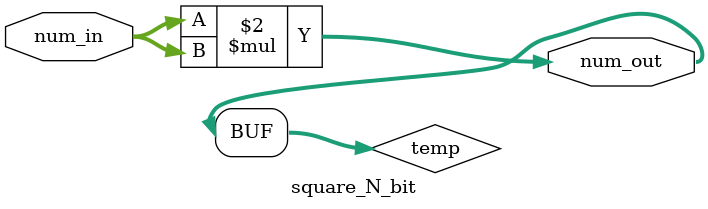
<source format=v>
module square_N_bit(num_in,num_out);
parameter n=4;
input [n-1:0] num_in;
output reg [((2*n)-1):0]num_out;
reg [((2*n)-1):0]temp;

always@(*)
begin
temp=num_in*num_in;
num_out=temp;
end

endmodule


</source>
